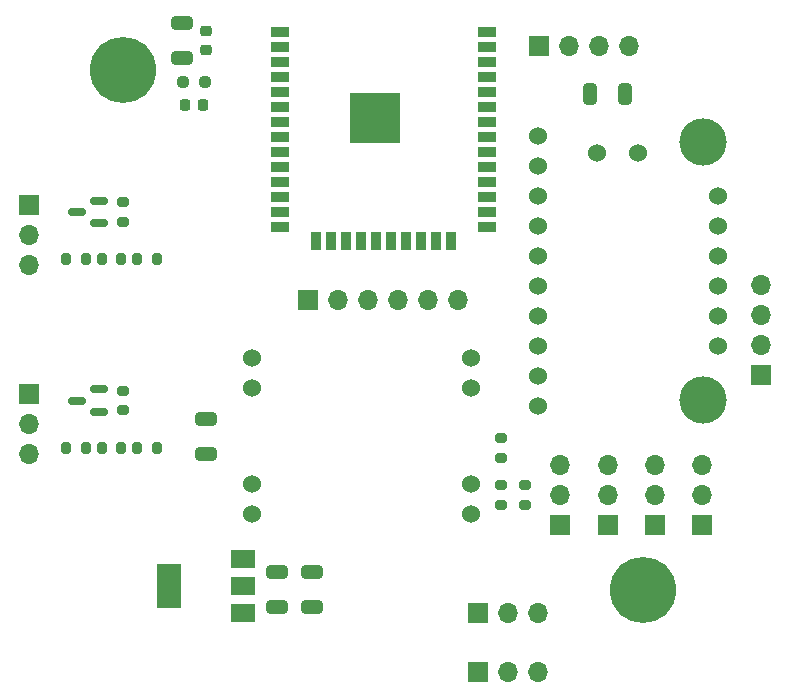
<source format=gts>
G04 #@! TF.GenerationSoftware,KiCad,Pcbnew,6.0.9-8da3e8f707~117~ubuntu22.04.1*
G04 #@! TF.CreationDate,2022-12-19T13:51:41+00:00*
G04 #@! TF.ProjectId,gauge_servo,67617567-655f-4736-9572-766f2e6b6963,rev?*
G04 #@! TF.SameCoordinates,Original*
G04 #@! TF.FileFunction,Soldermask,Top*
G04 #@! TF.FilePolarity,Negative*
%FSLAX46Y46*%
G04 Gerber Fmt 4.6, Leading zero omitted, Abs format (unit mm)*
G04 Created by KiCad (PCBNEW 6.0.9-8da3e8f707~117~ubuntu22.04.1) date 2022-12-19 13:51:41*
%MOMM*%
%LPD*%
G01*
G04 APERTURE LIST*
G04 Aperture macros list*
%AMRoundRect*
0 Rectangle with rounded corners*
0 $1 Rounding radius*
0 $2 $3 $4 $5 $6 $7 $8 $9 X,Y pos of 4 corners*
0 Add a 4 corners polygon primitive as box body*
4,1,4,$2,$3,$4,$5,$6,$7,$8,$9,$2,$3,0*
0 Add four circle primitives for the rounded corners*
1,1,$1+$1,$2,$3*
1,1,$1+$1,$4,$5*
1,1,$1+$1,$6,$7*
1,1,$1+$1,$8,$9*
0 Add four rect primitives between the rounded corners*
20,1,$1+$1,$2,$3,$4,$5,0*
20,1,$1+$1,$4,$5,$6,$7,0*
20,1,$1+$1,$6,$7,$8,$9,0*
20,1,$1+$1,$8,$9,$2,$3,0*%
G04 Aperture macros list end*
%ADD10RoundRect,0.150000X0.587500X0.150000X-0.587500X0.150000X-0.587500X-0.150000X0.587500X-0.150000X0*%
%ADD11R,1.700000X1.700000*%
%ADD12O,1.700000X1.700000*%
%ADD13R,2.000000X1.500000*%
%ADD14R,2.000000X3.800000*%
%ADD15RoundRect,0.250000X-0.650000X0.325000X-0.650000X-0.325000X0.650000X-0.325000X0.650000X0.325000X0*%
%ADD16C,1.524000*%
%ADD17RoundRect,0.200000X0.275000X-0.200000X0.275000X0.200000X-0.275000X0.200000X-0.275000X-0.200000X0*%
%ADD18RoundRect,0.237500X0.250000X0.237500X-0.250000X0.237500X-0.250000X-0.237500X0.250000X-0.237500X0*%
%ADD19C,5.600000*%
%ADD20RoundRect,0.250000X0.650000X-0.325000X0.650000X0.325000X-0.650000X0.325000X-0.650000X-0.325000X0*%
%ADD21RoundRect,0.200000X-0.200000X-0.275000X0.200000X-0.275000X0.200000X0.275000X-0.200000X0.275000X0*%
%ADD22R,1.500000X0.900000*%
%ADD23R,0.900000X1.500000*%
%ADD24C,0.475000*%
%ADD25R,4.200000X4.200000*%
%ADD26RoundRect,0.250000X0.325000X0.650000X-0.325000X0.650000X-0.325000X-0.650000X0.325000X-0.650000X0*%
%ADD27RoundRect,0.225000X0.250000X-0.225000X0.250000X0.225000X-0.250000X0.225000X-0.250000X-0.225000X0*%
%ADD28C,4.000000*%
%ADD29RoundRect,0.225000X0.225000X0.250000X-0.225000X0.250000X-0.225000X-0.250000X0.225000X-0.250000X0*%
G04 APERTURE END LIST*
D10*
G04 #@! TO.C,Q1*
X125937500Y-90965000D03*
X125937500Y-89065000D03*
X124062500Y-90015000D03*
G04 #@! TD*
D11*
G04 #@! TO.C,J3*
X177000000Y-116525000D03*
D12*
X177000000Y-113985000D03*
X177000000Y-111445000D03*
G04 #@! TD*
D13*
G04 #@! TO.C,U2*
X138150000Y-124000000D03*
D14*
X131850000Y-121700000D03*
D13*
X138150000Y-121700000D03*
X138150000Y-119400000D03*
G04 #@! TD*
D15*
G04 #@! TO.C,C2*
X144000000Y-120525000D03*
X144000000Y-123475000D03*
G04 #@! TD*
D11*
G04 #@! TO.C,J7*
X158000000Y-129000000D03*
D12*
X160540000Y-129000000D03*
X163080000Y-129000000D03*
G04 #@! TD*
D11*
G04 #@! TO.C,J4*
X163200000Y-76000000D03*
D12*
X165740000Y-76000000D03*
X168280000Y-76000000D03*
X170820000Y-76000000D03*
G04 #@! TD*
D15*
G04 #@! TO.C,C3*
X141000000Y-120525000D03*
X141000000Y-123475000D03*
G04 #@! TD*
D16*
G04 #@! TO.C,U1*
X138856000Y-115604000D03*
X138856000Y-113064000D03*
X138856000Y-104936000D03*
X138856000Y-102396000D03*
X157398000Y-115604000D03*
X157398000Y-113064000D03*
X157398000Y-104936000D03*
X157398000Y-102396000D03*
G04 #@! TD*
D17*
G04 #@! TO.C,R3*
X128000000Y-90840000D03*
X128000000Y-89190000D03*
G04 #@! TD*
G04 #@! TO.C,R12*
X160000000Y-114825000D03*
X160000000Y-113175000D03*
G04 #@! TD*
D11*
G04 #@! TO.C,J8*
X120000000Y-105475000D03*
D12*
X120000000Y-108015000D03*
X120000000Y-110555000D03*
G04 #@! TD*
D11*
G04 #@! TO.C,J12*
X158000000Y-124000000D03*
D12*
X160540000Y-124000000D03*
X163080000Y-124000000D03*
G04 #@! TD*
D18*
G04 #@! TO.C,R10*
X134912500Y-79000000D03*
X133087500Y-79000000D03*
G04 #@! TD*
D19*
G04 #@! TO.C,REF\u002A\u002A*
X172000000Y-122000000D03*
G04 #@! TD*
D11*
G04 #@! TO.C,J1*
X173000000Y-116525000D03*
D12*
X173000000Y-113985000D03*
X173000000Y-111445000D03*
G04 #@! TD*
D11*
G04 #@! TO.C,J9*
X143650000Y-97500000D03*
D12*
X146190000Y-97500000D03*
X148730000Y-97500000D03*
X151270000Y-97500000D03*
X153810000Y-97500000D03*
X156350000Y-97500000D03*
G04 #@! TD*
D17*
G04 #@! TO.C,R11*
X162000000Y-114825000D03*
X162000000Y-113175000D03*
G04 #@! TD*
D19*
G04 #@! TO.C,REF\u002A\u002A*
X128000000Y-78000000D03*
G04 #@! TD*
D11*
G04 #@! TO.C,J5*
X182000000Y-103800000D03*
D12*
X182000000Y-101260000D03*
X182000000Y-98720000D03*
X182000000Y-96180000D03*
G04 #@! TD*
D20*
G04 #@! TO.C,C5*
X133000000Y-76975000D03*
X133000000Y-74025000D03*
G04 #@! TD*
D21*
G04 #@! TO.C,R6*
X123175000Y-110000000D03*
X124825000Y-110000000D03*
G04 #@! TD*
D11*
G04 #@! TO.C,J11*
X169000000Y-116525000D03*
D12*
X169000000Y-113985000D03*
X169000000Y-111445000D03*
G04 #@! TD*
D11*
G04 #@! TO.C,J6*
X120000000Y-89475000D03*
D12*
X120000000Y-92015000D03*
X120000000Y-94555000D03*
G04 #@! TD*
D17*
G04 #@! TO.C,R7*
X128000000Y-106825000D03*
X128000000Y-105175000D03*
G04 #@! TD*
D21*
G04 #@! TO.C,R4*
X126175000Y-94015000D03*
X127825000Y-94015000D03*
G04 #@! TD*
D22*
G04 #@! TO.C,U4*
X141250000Y-74750000D03*
X141250000Y-76020000D03*
X141250000Y-77290000D03*
X141250000Y-78560000D03*
X141250000Y-79830000D03*
X141250000Y-81100000D03*
X141250000Y-82370000D03*
X141250000Y-83640000D03*
X141250000Y-84910000D03*
X141250000Y-86180000D03*
X141250000Y-87450000D03*
X141250000Y-88720000D03*
X141250000Y-89990000D03*
X141250000Y-91260000D03*
D23*
X144290000Y-92510000D03*
X145560000Y-92510000D03*
X146830000Y-92510000D03*
X148100000Y-92510000D03*
X149370000Y-92510000D03*
X150640000Y-92510000D03*
X151910000Y-92510000D03*
X153180000Y-92510000D03*
X154450000Y-92510000D03*
X155720000Y-92510000D03*
D22*
X158750000Y-91260000D03*
X158750000Y-89990000D03*
X158750000Y-88720000D03*
X158750000Y-87450000D03*
X158750000Y-86180000D03*
X158750000Y-84910000D03*
X158750000Y-83640000D03*
X158750000Y-82370000D03*
X158750000Y-81100000D03*
X158750000Y-79830000D03*
X158750000Y-78560000D03*
X158750000Y-77290000D03*
X158750000Y-76020000D03*
X158750000Y-74750000D03*
D24*
X150082500Y-82090000D03*
X148557500Y-80565000D03*
X150082500Y-83615000D03*
X148557500Y-83615000D03*
D25*
X149320000Y-82090000D03*
D24*
X147795000Y-82852500D03*
X150845000Y-82852500D03*
X147795000Y-81327500D03*
X150082500Y-80565000D03*
X148557500Y-82090000D03*
X150845000Y-81327500D03*
X149320000Y-82852500D03*
X149320000Y-81327500D03*
G04 #@! TD*
D21*
G04 #@! TO.C,R5*
X129175000Y-94015000D03*
X130825000Y-94015000D03*
G04 #@! TD*
D26*
G04 #@! TO.C,C4*
X170475000Y-80000000D03*
X167525000Y-80000000D03*
G04 #@! TD*
D27*
G04 #@! TO.C,C6*
X135000000Y-76275000D03*
X135000000Y-74725000D03*
G04 #@! TD*
D17*
G04 #@! TO.C,R1*
X160000000Y-110825000D03*
X160000000Y-109175000D03*
G04 #@! TD*
D21*
G04 #@! TO.C,R8*
X126175000Y-110000000D03*
X127825000Y-110000000D03*
G04 #@! TD*
G04 #@! TO.C,R2*
X123175000Y-94015000D03*
X124825000Y-94015000D03*
G04 #@! TD*
D28*
G04 #@! TO.C,U3*
X177080000Y-105922000D03*
X177080000Y-84078000D03*
D16*
X163110000Y-83570000D03*
X163110000Y-86110000D03*
X163110000Y-88650000D03*
X163110000Y-91190000D03*
X163110000Y-93730000D03*
X163110000Y-96270000D03*
X163110000Y-98810000D03*
X163110000Y-101350000D03*
X163110000Y-103890000D03*
X163110000Y-106430000D03*
X178350000Y-101350000D03*
X178350000Y-98810000D03*
X178350000Y-96270000D03*
X178350000Y-93730000D03*
X178350000Y-91190000D03*
X178350000Y-88650000D03*
X171570000Y-85000000D03*
X168070000Y-85000000D03*
G04 #@! TD*
D10*
G04 #@! TO.C,Q2*
X125937500Y-106950000D03*
X125937500Y-105050000D03*
X124062500Y-106000000D03*
G04 #@! TD*
D29*
G04 #@! TO.C,C7*
X134775000Y-81000000D03*
X133225000Y-81000000D03*
G04 #@! TD*
D20*
G04 #@! TO.C,C1*
X135000000Y-110475000D03*
X135000000Y-107525000D03*
G04 #@! TD*
D21*
G04 #@! TO.C,R9*
X129175000Y-110000000D03*
X130825000Y-110000000D03*
G04 #@! TD*
D11*
G04 #@! TO.C,J10*
X165000000Y-116525000D03*
D12*
X165000000Y-113985000D03*
X165000000Y-111445000D03*
G04 #@! TD*
M02*

</source>
